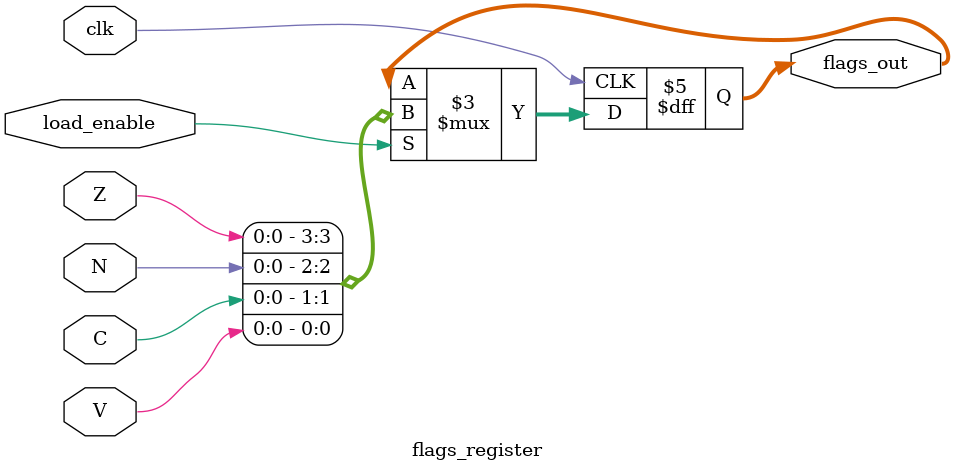
<source format=v>
module flags_register(output reg[3:0] flags_out,
                      input Z,
                      N,
                      C,
                      V,
                      load_enable,
                      clk);

    initial flags_out = 4'b0;

always @(posedge clk)
    if (load_enable) flags_out <= {Z, N, C, V};
endmodule

</source>
